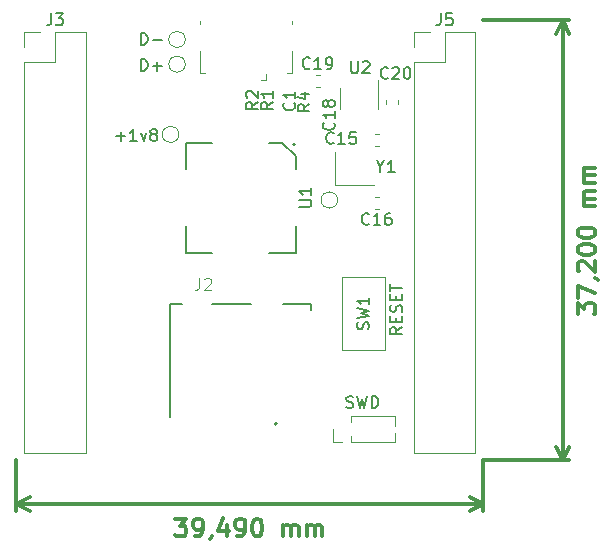
<source format=gbr>
G04 #@! TF.GenerationSoftware,KiCad,Pcbnew,5.0.2-bee76a0~70~ubuntu18.04.1*
G04 #@! TF.CreationDate,2018-12-10T15:17:23+01:00*
G04 #@! TF.ProjectId,sammyultra,73616d6d-7975-46c7-9472-612e6b696361,rev?*
G04 #@! TF.SameCoordinates,Original*
G04 #@! TF.FileFunction,Legend,Top*
G04 #@! TF.FilePolarity,Positive*
%FSLAX46Y46*%
G04 Gerber Fmt 4.6, Leading zero omitted, Abs format (unit mm)*
G04 Created by KiCad (PCBNEW 5.0.2-bee76a0~70~ubuntu18.04.1) date 2018-12-10T15:17:23 CET*
%MOMM*%
%LPD*%
G01*
G04 APERTURE LIST*
%ADD10C,0.150000*%
%ADD11C,0.300000*%
%ADD12C,0.120000*%
%ADD13C,0.127000*%
%ADD14C,0.200000*%
%ADD15C,0.050000*%
G04 APERTURE END LIST*
D10*
X108652380Y-105952380D02*
X108176190Y-106285714D01*
X108652380Y-106523809D02*
X107652380Y-106523809D01*
X107652380Y-106142857D01*
X107700000Y-106047619D01*
X107747619Y-106000000D01*
X107842857Y-105952380D01*
X107985714Y-105952380D01*
X108080952Y-106000000D01*
X108128571Y-106047619D01*
X108176190Y-106142857D01*
X108176190Y-106523809D01*
X108128571Y-105523809D02*
X108128571Y-105190476D01*
X108652380Y-105047619D02*
X108652380Y-105523809D01*
X107652380Y-105523809D01*
X107652380Y-105047619D01*
X108604761Y-104666666D02*
X108652380Y-104523809D01*
X108652380Y-104285714D01*
X108604761Y-104190476D01*
X108557142Y-104142857D01*
X108461904Y-104095238D01*
X108366666Y-104095238D01*
X108271428Y-104142857D01*
X108223809Y-104190476D01*
X108176190Y-104285714D01*
X108128571Y-104476190D01*
X108080952Y-104571428D01*
X108033333Y-104619047D01*
X107938095Y-104666666D01*
X107842857Y-104666666D01*
X107747619Y-104619047D01*
X107700000Y-104571428D01*
X107652380Y-104476190D01*
X107652380Y-104238095D01*
X107700000Y-104095238D01*
X108128571Y-103666666D02*
X108128571Y-103333333D01*
X108652380Y-103190476D02*
X108652380Y-103666666D01*
X107652380Y-103666666D01*
X107652380Y-103190476D01*
X107652380Y-102904761D02*
X107652380Y-102333333D01*
X108652380Y-102619047D02*
X107652380Y-102619047D01*
X103937976Y-112754761D02*
X104080833Y-112802380D01*
X104318928Y-112802380D01*
X104414166Y-112754761D01*
X104461785Y-112707142D01*
X104509404Y-112611904D01*
X104509404Y-112516666D01*
X104461785Y-112421428D01*
X104414166Y-112373809D01*
X104318928Y-112326190D01*
X104128452Y-112278571D01*
X104033214Y-112230952D01*
X103985595Y-112183333D01*
X103937976Y-112088095D01*
X103937976Y-111992857D01*
X103985595Y-111897619D01*
X104033214Y-111850000D01*
X104128452Y-111802380D01*
X104366547Y-111802380D01*
X104509404Y-111850000D01*
X104842738Y-111802380D02*
X105080833Y-112802380D01*
X105271309Y-112088095D01*
X105461785Y-112802380D01*
X105699880Y-111802380D01*
X106080833Y-112802380D02*
X106080833Y-111802380D01*
X106318928Y-111802380D01*
X106461785Y-111850000D01*
X106557023Y-111945238D01*
X106604642Y-112040476D01*
X106652261Y-112230952D01*
X106652261Y-112373809D01*
X106604642Y-112564285D01*
X106557023Y-112659523D01*
X106461785Y-112754761D01*
X106318928Y-112802380D01*
X106080833Y-112802380D01*
X84435595Y-89821428D02*
X85197500Y-89821428D01*
X84816547Y-90202380D02*
X84816547Y-89440476D01*
X86197500Y-90202380D02*
X85626071Y-90202380D01*
X85911785Y-90202380D02*
X85911785Y-89202380D01*
X85816547Y-89345238D01*
X85721309Y-89440476D01*
X85626071Y-89488095D01*
X86530833Y-89535714D02*
X86768928Y-90202380D01*
X87007023Y-89535714D01*
X87530833Y-89630952D02*
X87435595Y-89583333D01*
X87387976Y-89535714D01*
X87340357Y-89440476D01*
X87340357Y-89392857D01*
X87387976Y-89297619D01*
X87435595Y-89250000D01*
X87530833Y-89202380D01*
X87721309Y-89202380D01*
X87816547Y-89250000D01*
X87864166Y-89297619D01*
X87911785Y-89392857D01*
X87911785Y-89440476D01*
X87864166Y-89535714D01*
X87816547Y-89583333D01*
X87721309Y-89630952D01*
X87530833Y-89630952D01*
X87435595Y-89678571D01*
X87387976Y-89726190D01*
X87340357Y-89821428D01*
X87340357Y-90011904D01*
X87387976Y-90107142D01*
X87435595Y-90154761D01*
X87530833Y-90202380D01*
X87721309Y-90202380D01*
X87816547Y-90154761D01*
X87864166Y-90107142D01*
X87911785Y-90011904D01*
X87911785Y-89821428D01*
X87864166Y-89726190D01*
X87816547Y-89678571D01*
X87721309Y-89630952D01*
X86535595Y-84252380D02*
X86535595Y-83252380D01*
X86773690Y-83252380D01*
X86916547Y-83300000D01*
X87011785Y-83395238D01*
X87059404Y-83490476D01*
X87107023Y-83680952D01*
X87107023Y-83823809D01*
X87059404Y-84014285D01*
X87011785Y-84109523D01*
X86916547Y-84204761D01*
X86773690Y-84252380D01*
X86535595Y-84252380D01*
X87535595Y-83871428D02*
X88297500Y-83871428D01*
X87916547Y-84252380D02*
X87916547Y-83490476D01*
X86535595Y-82052380D02*
X86535595Y-81052380D01*
X86773690Y-81052380D01*
X86916547Y-81100000D01*
X87011785Y-81195238D01*
X87059404Y-81290476D01*
X87107023Y-81480952D01*
X87107023Y-81623809D01*
X87059404Y-81814285D01*
X87011785Y-81909523D01*
X86916547Y-82004761D01*
X86773690Y-82052380D01*
X86535595Y-82052380D01*
X87535595Y-81671428D02*
X88297500Y-81671428D01*
D11*
X123518571Y-104885714D02*
X123518571Y-103957142D01*
X124090000Y-104457142D01*
X124090000Y-104242857D01*
X124161428Y-104100000D01*
X124232857Y-104028571D01*
X124375714Y-103957142D01*
X124732857Y-103957142D01*
X124875714Y-104028571D01*
X124947142Y-104100000D01*
X125018571Y-104242857D01*
X125018571Y-104671428D01*
X124947142Y-104814285D01*
X124875714Y-104885714D01*
X123518571Y-103457142D02*
X123518571Y-102457142D01*
X125018571Y-103100000D01*
X124947142Y-101814285D02*
X125018571Y-101814285D01*
X125161428Y-101885714D01*
X125232857Y-101957142D01*
X123661428Y-101242857D02*
X123590000Y-101171428D01*
X123518571Y-101028571D01*
X123518571Y-100671428D01*
X123590000Y-100528571D01*
X123661428Y-100457142D01*
X123804285Y-100385714D01*
X123947142Y-100385714D01*
X124161428Y-100457142D01*
X125018571Y-101314285D01*
X125018571Y-100385714D01*
X123518571Y-99457142D02*
X123518571Y-99314285D01*
X123590000Y-99171428D01*
X123661428Y-99100000D01*
X123804285Y-99028571D01*
X124090000Y-98957142D01*
X124447142Y-98957142D01*
X124732857Y-99028571D01*
X124875714Y-99100000D01*
X124947142Y-99171428D01*
X125018571Y-99314285D01*
X125018571Y-99457142D01*
X124947142Y-99600000D01*
X124875714Y-99671428D01*
X124732857Y-99742857D01*
X124447142Y-99814285D01*
X124090000Y-99814285D01*
X123804285Y-99742857D01*
X123661428Y-99671428D01*
X123590000Y-99600000D01*
X123518571Y-99457142D01*
X123518571Y-98028571D02*
X123518571Y-97885714D01*
X123590000Y-97742857D01*
X123661428Y-97671428D01*
X123804285Y-97600000D01*
X124090000Y-97528571D01*
X124447142Y-97528571D01*
X124732857Y-97600000D01*
X124875714Y-97671428D01*
X124947142Y-97742857D01*
X125018571Y-97885714D01*
X125018571Y-98028571D01*
X124947142Y-98171428D01*
X124875714Y-98242857D01*
X124732857Y-98314285D01*
X124447142Y-98385714D01*
X124090000Y-98385714D01*
X123804285Y-98314285D01*
X123661428Y-98242857D01*
X123590000Y-98171428D01*
X123518571Y-98028571D01*
X125018571Y-95742857D02*
X124018571Y-95742857D01*
X124161428Y-95742857D02*
X124090000Y-95671428D01*
X124018571Y-95528571D01*
X124018571Y-95314285D01*
X124090000Y-95171428D01*
X124232857Y-95100000D01*
X125018571Y-95100000D01*
X124232857Y-95100000D02*
X124090000Y-95028571D01*
X124018571Y-94885714D01*
X124018571Y-94671428D01*
X124090000Y-94528571D01*
X124232857Y-94457142D01*
X125018571Y-94457142D01*
X125018571Y-93742857D02*
X124018571Y-93742857D01*
X124161428Y-93742857D02*
X124090000Y-93671428D01*
X124018571Y-93528571D01*
X124018571Y-93314285D01*
X124090000Y-93171428D01*
X124232857Y-93100000D01*
X125018571Y-93100000D01*
X124232857Y-93100000D02*
X124090000Y-93028571D01*
X124018571Y-92885714D01*
X124018571Y-92671428D01*
X124090000Y-92528571D01*
X124232857Y-92457142D01*
X125018571Y-92457142D01*
X122240000Y-117200000D02*
X122240000Y-80000000D01*
X115490000Y-117200000D02*
X122826421Y-117200000D01*
X115490000Y-80000000D02*
X122826421Y-80000000D01*
X122240000Y-80000000D02*
X122826421Y-81126504D01*
X122240000Y-80000000D02*
X121653579Y-81126504D01*
X122240000Y-117200000D02*
X122826421Y-116073496D01*
X122240000Y-117200000D02*
X121653579Y-116073496D01*
X89459285Y-122188571D02*
X90387857Y-122188571D01*
X89887857Y-122760000D01*
X90102142Y-122760000D01*
X90245000Y-122831428D01*
X90316428Y-122902857D01*
X90387857Y-123045714D01*
X90387857Y-123402857D01*
X90316428Y-123545714D01*
X90245000Y-123617142D01*
X90102142Y-123688571D01*
X89673571Y-123688571D01*
X89530714Y-123617142D01*
X89459285Y-123545714D01*
X91102142Y-123688571D02*
X91387857Y-123688571D01*
X91530714Y-123617142D01*
X91602142Y-123545714D01*
X91745000Y-123331428D01*
X91816428Y-123045714D01*
X91816428Y-122474285D01*
X91745000Y-122331428D01*
X91673571Y-122260000D01*
X91530714Y-122188571D01*
X91245000Y-122188571D01*
X91102142Y-122260000D01*
X91030714Y-122331428D01*
X90959285Y-122474285D01*
X90959285Y-122831428D01*
X91030714Y-122974285D01*
X91102142Y-123045714D01*
X91245000Y-123117142D01*
X91530714Y-123117142D01*
X91673571Y-123045714D01*
X91745000Y-122974285D01*
X91816428Y-122831428D01*
X92530714Y-123617142D02*
X92530714Y-123688571D01*
X92459285Y-123831428D01*
X92387857Y-123902857D01*
X93816428Y-122688571D02*
X93816428Y-123688571D01*
X93459285Y-122117142D02*
X93102142Y-123188571D01*
X94030714Y-123188571D01*
X94673571Y-123688571D02*
X94959285Y-123688571D01*
X95102142Y-123617142D01*
X95173571Y-123545714D01*
X95316428Y-123331428D01*
X95387857Y-123045714D01*
X95387857Y-122474285D01*
X95316428Y-122331428D01*
X95245000Y-122260000D01*
X95102142Y-122188571D01*
X94816428Y-122188571D01*
X94673571Y-122260000D01*
X94602142Y-122331428D01*
X94530714Y-122474285D01*
X94530714Y-122831428D01*
X94602142Y-122974285D01*
X94673571Y-123045714D01*
X94816428Y-123117142D01*
X95102142Y-123117142D01*
X95245000Y-123045714D01*
X95316428Y-122974285D01*
X95387857Y-122831428D01*
X96316428Y-122188571D02*
X96459285Y-122188571D01*
X96602142Y-122260000D01*
X96673571Y-122331428D01*
X96745000Y-122474285D01*
X96816428Y-122760000D01*
X96816428Y-123117142D01*
X96745000Y-123402857D01*
X96673571Y-123545714D01*
X96602142Y-123617142D01*
X96459285Y-123688571D01*
X96316428Y-123688571D01*
X96173571Y-123617142D01*
X96102142Y-123545714D01*
X96030714Y-123402857D01*
X95959285Y-123117142D01*
X95959285Y-122760000D01*
X96030714Y-122474285D01*
X96102142Y-122331428D01*
X96173571Y-122260000D01*
X96316428Y-122188571D01*
X98602142Y-123688571D02*
X98602142Y-122688571D01*
X98602142Y-122831428D02*
X98673571Y-122760000D01*
X98816428Y-122688571D01*
X99030714Y-122688571D01*
X99173571Y-122760000D01*
X99245000Y-122902857D01*
X99245000Y-123688571D01*
X99245000Y-122902857D02*
X99316428Y-122760000D01*
X99459285Y-122688571D01*
X99673571Y-122688571D01*
X99816428Y-122760000D01*
X99887857Y-122902857D01*
X99887857Y-123688571D01*
X100602142Y-123688571D02*
X100602142Y-122688571D01*
X100602142Y-122831428D02*
X100673571Y-122760000D01*
X100816428Y-122688571D01*
X101030714Y-122688571D01*
X101173571Y-122760000D01*
X101245000Y-122902857D01*
X101245000Y-123688571D01*
X101245000Y-122902857D02*
X101316428Y-122760000D01*
X101459285Y-122688571D01*
X101673571Y-122688571D01*
X101816428Y-122760000D01*
X101887857Y-122902857D01*
X101887857Y-123688571D01*
X76000000Y-120910000D02*
X115490000Y-120910000D01*
X76000000Y-117200000D02*
X76000000Y-121496421D01*
X115490000Y-117200000D02*
X115490000Y-121496421D01*
X115490000Y-120910000D02*
X114363496Y-121496421D01*
X115490000Y-120910000D02*
X114363496Y-120323579D01*
X76000000Y-120910000D02*
X77126504Y-121496421D01*
X76000000Y-120910000D02*
X77126504Y-120323579D01*
D12*
G04 #@! TO.C,SW1*
X107210000Y-101740000D02*
X107210000Y-107860000D01*
X107210000Y-107860000D02*
X103590000Y-107860000D01*
X103590000Y-107860000D02*
X103590000Y-101740000D01*
X103590000Y-101740000D02*
X107210000Y-101740000D01*
G04 #@! TO.C,TP10*
X90300000Y-81600000D02*
G75*
G03X90300000Y-81600000I-700000J0D01*
G01*
G04 #@! TO.C,TP9*
X90300000Y-83700000D02*
G75*
G03X90300000Y-83700000I-700000J0D01*
G01*
G04 #@! TO.C,TP8*
X103200000Y-95200000D02*
G75*
G03X103200000Y-95200000I-700000J0D01*
G01*
G04 #@! TO.C,TP1*
X89750000Y-89650000D02*
G75*
G03X89750000Y-89650000I-700000J0D01*
G01*
G04 #@! TO.C,Y1*
X102950000Y-91100000D02*
X102950000Y-93900000D01*
X102950000Y-93900000D02*
X106250000Y-93900000D01*
G04 #@! TO.C,C15*
X106337221Y-90610000D02*
X106662779Y-90610000D01*
X106337221Y-89590000D02*
X106662779Y-89590000D01*
G04 #@! TO.C,C16*
X106337221Y-94940000D02*
X106662779Y-94940000D01*
X106337221Y-95960000D02*
X106662779Y-95960000D01*
G04 #@! TO.C,J3*
X76670000Y-80950000D02*
X78000000Y-80950000D01*
X76670000Y-82280000D02*
X76670000Y-80950000D01*
X79270000Y-80950000D02*
X81870000Y-80950000D01*
X79270000Y-83550000D02*
X79270000Y-80950000D01*
X76670000Y-83550000D02*
X79270000Y-83550000D01*
X81870000Y-80950000D02*
X81870000Y-116630000D01*
X76670000Y-83550000D02*
X76670000Y-116630000D01*
X76670000Y-116630000D02*
X81870000Y-116630000D01*
G04 #@! TO.C,J5*
X109670000Y-116630000D02*
X114870000Y-116630000D01*
X109670000Y-83550000D02*
X109670000Y-116630000D01*
X114870000Y-80950000D02*
X114870000Y-116630000D01*
X109670000Y-83550000D02*
X112270000Y-83550000D01*
X112270000Y-83550000D02*
X112270000Y-80950000D01*
X112270000Y-80950000D02*
X114870000Y-80950000D01*
X109670000Y-82280000D02*
X109670000Y-80950000D01*
X109670000Y-80950000D02*
X111000000Y-80950000D01*
D13*
G04 #@! TO.C,J2*
X90047000Y-104000000D02*
X89025000Y-104000000D01*
X89025000Y-104000000D02*
X89025000Y-113556000D01*
X98556000Y-104000000D02*
X100975000Y-104000000D01*
X100975000Y-104000000D02*
X100975000Y-104539000D01*
X95889000Y-104000000D02*
X92587000Y-104000000D01*
D14*
X98068000Y-114151000D02*
G75*
G03X98068000Y-114151000I-100000J0D01*
G01*
D12*
G04 #@! TO.C,C20*
X108310000Y-86737221D02*
X108310000Y-87062779D01*
X107290000Y-86737221D02*
X107290000Y-87062779D01*
G04 #@! TO.C,C19*
X101337221Y-85610000D02*
X101662779Y-85610000D01*
X101337221Y-84590000D02*
X101662779Y-84590000D01*
G04 #@! TO.C,J4*
X108055000Y-115710000D02*
X108055000Y-114907530D01*
X108055000Y-114292470D02*
X108055000Y-113490000D01*
X104310000Y-115710000D02*
X108055000Y-115710000D01*
X104310000Y-113490000D02*
X108055000Y-113490000D01*
X104310000Y-115710000D02*
X104310000Y-115163471D01*
X104310000Y-114036529D02*
X104310000Y-113490000D01*
X103550000Y-115710000D02*
X102790000Y-115710000D01*
X102790000Y-115710000D02*
X102790000Y-114600000D01*
G04 #@! TO.C,J1*
X99330000Y-84452500D02*
X98880000Y-84452500D01*
X99330000Y-82602500D02*
X99330000Y-84452500D01*
X91530000Y-80052500D02*
X91530000Y-80302500D01*
X99330000Y-80052500D02*
X99330000Y-80302500D01*
X91530000Y-82602500D02*
X91530000Y-84452500D01*
X91530000Y-84452500D02*
X91980000Y-84452500D01*
X97130000Y-85002500D02*
X96680000Y-85002500D01*
X97130000Y-85002500D02*
X97130000Y-84552500D01*
G04 #@! TO.C,U2*
X103390000Y-85700000D02*
X103390000Y-87500000D01*
X106610000Y-87500000D02*
X106610000Y-85050000D01*
D10*
G04 #@! TO.C,U1*
X99650000Y-97400000D02*
X99650000Y-99650000D01*
X99650000Y-99650000D02*
X97400000Y-99650000D01*
X99650000Y-97400000D02*
X99650000Y-99650000D01*
X99650000Y-99650000D02*
X97400000Y-99650000D01*
X90350000Y-97400000D02*
X90350000Y-99650000D01*
X90350000Y-99650000D02*
X92600000Y-99650000D01*
X99650000Y-97400000D02*
X99650000Y-99650000D01*
X99650000Y-99650000D02*
X97400000Y-99650000D01*
X90350000Y-92600000D02*
X90350000Y-90350000D01*
X90350000Y-90350000D02*
X92600000Y-90350000D01*
X99650000Y-92600000D02*
X99650000Y-91500000D01*
X99650000Y-91500000D02*
X98500000Y-90350000D01*
X98500000Y-90350000D02*
X97400000Y-90350000D01*
D14*
X99600000Y-90500000D02*
G75*
G03X99600000Y-90500000I-100000J0D01*
G01*
G04 #@! TO.C,SW1*
D10*
X105804761Y-106133333D02*
X105852380Y-105990476D01*
X105852380Y-105752380D01*
X105804761Y-105657142D01*
X105757142Y-105609523D01*
X105661904Y-105561904D01*
X105566666Y-105561904D01*
X105471428Y-105609523D01*
X105423809Y-105657142D01*
X105376190Y-105752380D01*
X105328571Y-105942857D01*
X105280952Y-106038095D01*
X105233333Y-106085714D01*
X105138095Y-106133333D01*
X105042857Y-106133333D01*
X104947619Y-106085714D01*
X104900000Y-106038095D01*
X104852380Y-105942857D01*
X104852380Y-105704761D01*
X104900000Y-105561904D01*
X104852380Y-105228571D02*
X105852380Y-104990476D01*
X105138095Y-104800000D01*
X105852380Y-104609523D01*
X104852380Y-104371428D01*
X105852380Y-103466666D02*
X105852380Y-104038095D01*
X105852380Y-103752380D02*
X104852380Y-103752380D01*
X104995238Y-103847619D01*
X105090476Y-103942857D01*
X105138095Y-104038095D01*
G04 #@! TO.C,Y1*
X106823809Y-92376190D02*
X106823809Y-92852380D01*
X106490476Y-91852380D02*
X106823809Y-92376190D01*
X107157142Y-91852380D01*
X108014285Y-92852380D02*
X107442857Y-92852380D01*
X107728571Y-92852380D02*
X107728571Y-91852380D01*
X107633333Y-91995238D01*
X107538095Y-92090476D01*
X107442857Y-92138095D01*
G04 #@! TO.C,C15*
X102857142Y-90357142D02*
X102809523Y-90404761D01*
X102666666Y-90452380D01*
X102571428Y-90452380D01*
X102428571Y-90404761D01*
X102333333Y-90309523D01*
X102285714Y-90214285D01*
X102238095Y-90023809D01*
X102238095Y-89880952D01*
X102285714Y-89690476D01*
X102333333Y-89595238D01*
X102428571Y-89500000D01*
X102571428Y-89452380D01*
X102666666Y-89452380D01*
X102809523Y-89500000D01*
X102857142Y-89547619D01*
X103809523Y-90452380D02*
X103238095Y-90452380D01*
X103523809Y-90452380D02*
X103523809Y-89452380D01*
X103428571Y-89595238D01*
X103333333Y-89690476D01*
X103238095Y-89738095D01*
X104714285Y-89452380D02*
X104238095Y-89452380D01*
X104190476Y-89928571D01*
X104238095Y-89880952D01*
X104333333Y-89833333D01*
X104571428Y-89833333D01*
X104666666Y-89880952D01*
X104714285Y-89928571D01*
X104761904Y-90023809D01*
X104761904Y-90261904D01*
X104714285Y-90357142D01*
X104666666Y-90404761D01*
X104571428Y-90452380D01*
X104333333Y-90452380D01*
X104238095Y-90404761D01*
X104190476Y-90357142D01*
G04 #@! TO.C,C16*
X105857142Y-97207142D02*
X105809523Y-97254761D01*
X105666666Y-97302380D01*
X105571428Y-97302380D01*
X105428571Y-97254761D01*
X105333333Y-97159523D01*
X105285714Y-97064285D01*
X105238095Y-96873809D01*
X105238095Y-96730952D01*
X105285714Y-96540476D01*
X105333333Y-96445238D01*
X105428571Y-96350000D01*
X105571428Y-96302380D01*
X105666666Y-96302380D01*
X105809523Y-96350000D01*
X105857142Y-96397619D01*
X106809523Y-97302380D02*
X106238095Y-97302380D01*
X106523809Y-97302380D02*
X106523809Y-96302380D01*
X106428571Y-96445238D01*
X106333333Y-96540476D01*
X106238095Y-96588095D01*
X107666666Y-96302380D02*
X107476190Y-96302380D01*
X107380952Y-96350000D01*
X107333333Y-96397619D01*
X107238095Y-96540476D01*
X107190476Y-96730952D01*
X107190476Y-97111904D01*
X107238095Y-97207142D01*
X107285714Y-97254761D01*
X107380952Y-97302380D01*
X107571428Y-97302380D01*
X107666666Y-97254761D01*
X107714285Y-97207142D01*
X107761904Y-97111904D01*
X107761904Y-96873809D01*
X107714285Y-96778571D01*
X107666666Y-96730952D01*
X107571428Y-96683333D01*
X107380952Y-96683333D01*
X107285714Y-96730952D01*
X107238095Y-96778571D01*
X107190476Y-96873809D01*
G04 #@! TO.C,R1*
X97702380Y-86916666D02*
X97226190Y-87250000D01*
X97702380Y-87488095D02*
X96702380Y-87488095D01*
X96702380Y-87107142D01*
X96750000Y-87011904D01*
X96797619Y-86964285D01*
X96892857Y-86916666D01*
X97035714Y-86916666D01*
X97130952Y-86964285D01*
X97178571Y-87011904D01*
X97226190Y-87107142D01*
X97226190Y-87488095D01*
X97702380Y-85964285D02*
X97702380Y-86535714D01*
X97702380Y-86250000D02*
X96702380Y-86250000D01*
X96845238Y-86345238D01*
X96940476Y-86440476D01*
X96988095Y-86535714D01*
G04 #@! TO.C,R2*
X96452380Y-86916666D02*
X95976190Y-87250000D01*
X96452380Y-87488095D02*
X95452380Y-87488095D01*
X95452380Y-87107142D01*
X95500000Y-87011904D01*
X95547619Y-86964285D01*
X95642857Y-86916666D01*
X95785714Y-86916666D01*
X95880952Y-86964285D01*
X95928571Y-87011904D01*
X95976190Y-87107142D01*
X95976190Y-87488095D01*
X95547619Y-86535714D02*
X95500000Y-86488095D01*
X95452380Y-86392857D01*
X95452380Y-86154761D01*
X95500000Y-86059523D01*
X95547619Y-86011904D01*
X95642857Y-85964285D01*
X95738095Y-85964285D01*
X95880952Y-86011904D01*
X96452380Y-86583333D01*
X96452380Y-85964285D01*
G04 #@! TO.C,J3*
X78936666Y-79402380D02*
X78936666Y-80116666D01*
X78889047Y-80259523D01*
X78793809Y-80354761D01*
X78650952Y-80402380D01*
X78555714Y-80402380D01*
X79317619Y-79402380D02*
X79936666Y-79402380D01*
X79603333Y-79783333D01*
X79746190Y-79783333D01*
X79841428Y-79830952D01*
X79889047Y-79878571D01*
X79936666Y-79973809D01*
X79936666Y-80211904D01*
X79889047Y-80307142D01*
X79841428Y-80354761D01*
X79746190Y-80402380D01*
X79460476Y-80402380D01*
X79365238Y-80354761D01*
X79317619Y-80307142D01*
G04 #@! TO.C,J5*
X111936666Y-79402380D02*
X111936666Y-80116666D01*
X111889047Y-80259523D01*
X111793809Y-80354761D01*
X111650952Y-80402380D01*
X111555714Y-80402380D01*
X112889047Y-79402380D02*
X112412857Y-79402380D01*
X112365238Y-79878571D01*
X112412857Y-79830952D01*
X112508095Y-79783333D01*
X112746190Y-79783333D01*
X112841428Y-79830952D01*
X112889047Y-79878571D01*
X112936666Y-79973809D01*
X112936666Y-80211904D01*
X112889047Y-80307142D01*
X112841428Y-80354761D01*
X112746190Y-80402380D01*
X112508095Y-80402380D01*
X112412857Y-80354761D01*
X112365238Y-80307142D01*
G04 #@! TO.C,J2*
D15*
X91481440Y-101808526D02*
X91481440Y-102524905D01*
X91433681Y-102668180D01*
X91338164Y-102763697D01*
X91194888Y-102811456D01*
X91099371Y-102811456D01*
X91911267Y-101904043D02*
X91959025Y-101856285D01*
X92054542Y-101808526D01*
X92293335Y-101808526D01*
X92388852Y-101856285D01*
X92436611Y-101904043D01*
X92484370Y-101999560D01*
X92484370Y-102095077D01*
X92436611Y-102238353D01*
X91863508Y-102811456D01*
X92484370Y-102811456D01*
G04 #@! TO.C,C18*
D10*
X102857142Y-88642857D02*
X102904761Y-88690476D01*
X102952380Y-88833333D01*
X102952380Y-88928571D01*
X102904761Y-89071428D01*
X102809523Y-89166666D01*
X102714285Y-89214285D01*
X102523809Y-89261904D01*
X102380952Y-89261904D01*
X102190476Y-89214285D01*
X102095238Y-89166666D01*
X102000000Y-89071428D01*
X101952380Y-88928571D01*
X101952380Y-88833333D01*
X102000000Y-88690476D01*
X102047619Y-88642857D01*
X102952380Y-87690476D02*
X102952380Y-88261904D01*
X102952380Y-87976190D02*
X101952380Y-87976190D01*
X102095238Y-88071428D01*
X102190476Y-88166666D01*
X102238095Y-88261904D01*
X102380952Y-87119047D02*
X102333333Y-87214285D01*
X102285714Y-87261904D01*
X102190476Y-87309523D01*
X102142857Y-87309523D01*
X102047619Y-87261904D01*
X102000000Y-87214285D01*
X101952380Y-87119047D01*
X101952380Y-86928571D01*
X102000000Y-86833333D01*
X102047619Y-86785714D01*
X102142857Y-86738095D01*
X102190476Y-86738095D01*
X102285714Y-86785714D01*
X102333333Y-86833333D01*
X102380952Y-86928571D01*
X102380952Y-87119047D01*
X102428571Y-87214285D01*
X102476190Y-87261904D01*
X102571428Y-87309523D01*
X102761904Y-87309523D01*
X102857142Y-87261904D01*
X102904761Y-87214285D01*
X102952380Y-87119047D01*
X102952380Y-86928571D01*
X102904761Y-86833333D01*
X102857142Y-86785714D01*
X102761904Y-86738095D01*
X102571428Y-86738095D01*
X102476190Y-86785714D01*
X102428571Y-86833333D01*
X102380952Y-86928571D01*
G04 #@! TO.C,R4*
X100802380Y-87066666D02*
X100326190Y-87400000D01*
X100802380Y-87638095D02*
X99802380Y-87638095D01*
X99802380Y-87257142D01*
X99850000Y-87161904D01*
X99897619Y-87114285D01*
X99992857Y-87066666D01*
X100135714Y-87066666D01*
X100230952Y-87114285D01*
X100278571Y-87161904D01*
X100326190Y-87257142D01*
X100326190Y-87638095D01*
X100135714Y-86209523D02*
X100802380Y-86209523D01*
X99754761Y-86447619D02*
X100469047Y-86685714D01*
X100469047Y-86066666D01*
G04 #@! TO.C,C1*
X99507142Y-86966666D02*
X99554761Y-87014285D01*
X99602380Y-87157142D01*
X99602380Y-87252380D01*
X99554761Y-87395238D01*
X99459523Y-87490476D01*
X99364285Y-87538095D01*
X99173809Y-87585714D01*
X99030952Y-87585714D01*
X98840476Y-87538095D01*
X98745238Y-87490476D01*
X98650000Y-87395238D01*
X98602380Y-87252380D01*
X98602380Y-87157142D01*
X98650000Y-87014285D01*
X98697619Y-86966666D01*
X99602380Y-86014285D02*
X99602380Y-86585714D01*
X99602380Y-86300000D02*
X98602380Y-86300000D01*
X98745238Y-86395238D01*
X98840476Y-86490476D01*
X98888095Y-86585714D01*
G04 #@! TO.C,C20*
X107457142Y-84857142D02*
X107409523Y-84904761D01*
X107266666Y-84952380D01*
X107171428Y-84952380D01*
X107028571Y-84904761D01*
X106933333Y-84809523D01*
X106885714Y-84714285D01*
X106838095Y-84523809D01*
X106838095Y-84380952D01*
X106885714Y-84190476D01*
X106933333Y-84095238D01*
X107028571Y-84000000D01*
X107171428Y-83952380D01*
X107266666Y-83952380D01*
X107409523Y-84000000D01*
X107457142Y-84047619D01*
X107838095Y-84047619D02*
X107885714Y-84000000D01*
X107980952Y-83952380D01*
X108219047Y-83952380D01*
X108314285Y-84000000D01*
X108361904Y-84047619D01*
X108409523Y-84142857D01*
X108409523Y-84238095D01*
X108361904Y-84380952D01*
X107790476Y-84952380D01*
X108409523Y-84952380D01*
X109028571Y-83952380D02*
X109123809Y-83952380D01*
X109219047Y-84000000D01*
X109266666Y-84047619D01*
X109314285Y-84142857D01*
X109361904Y-84333333D01*
X109361904Y-84571428D01*
X109314285Y-84761904D01*
X109266666Y-84857142D01*
X109219047Y-84904761D01*
X109123809Y-84952380D01*
X109028571Y-84952380D01*
X108933333Y-84904761D01*
X108885714Y-84857142D01*
X108838095Y-84761904D01*
X108790476Y-84571428D01*
X108790476Y-84333333D01*
X108838095Y-84142857D01*
X108885714Y-84047619D01*
X108933333Y-84000000D01*
X109028571Y-83952380D01*
G04 #@! TO.C,C19*
X100857142Y-84027142D02*
X100809523Y-84074761D01*
X100666666Y-84122380D01*
X100571428Y-84122380D01*
X100428571Y-84074761D01*
X100333333Y-83979523D01*
X100285714Y-83884285D01*
X100238095Y-83693809D01*
X100238095Y-83550952D01*
X100285714Y-83360476D01*
X100333333Y-83265238D01*
X100428571Y-83170000D01*
X100571428Y-83122380D01*
X100666666Y-83122380D01*
X100809523Y-83170000D01*
X100857142Y-83217619D01*
X101809523Y-84122380D02*
X101238095Y-84122380D01*
X101523809Y-84122380D02*
X101523809Y-83122380D01*
X101428571Y-83265238D01*
X101333333Y-83360476D01*
X101238095Y-83408095D01*
X102285714Y-84122380D02*
X102476190Y-84122380D01*
X102571428Y-84074761D01*
X102619047Y-84027142D01*
X102714285Y-83884285D01*
X102761904Y-83693809D01*
X102761904Y-83312857D01*
X102714285Y-83217619D01*
X102666666Y-83170000D01*
X102571428Y-83122380D01*
X102380952Y-83122380D01*
X102285714Y-83170000D01*
X102238095Y-83217619D01*
X102190476Y-83312857D01*
X102190476Y-83550952D01*
X102238095Y-83646190D01*
X102285714Y-83693809D01*
X102380952Y-83741428D01*
X102571428Y-83741428D01*
X102666666Y-83693809D01*
X102714285Y-83646190D01*
X102761904Y-83550952D01*
G04 #@! TO.C,U2*
X104328095Y-83452380D02*
X104328095Y-84261904D01*
X104375714Y-84357142D01*
X104423333Y-84404761D01*
X104518571Y-84452380D01*
X104709047Y-84452380D01*
X104804285Y-84404761D01*
X104851904Y-84357142D01*
X104899523Y-84261904D01*
X104899523Y-83452380D01*
X105328095Y-83547619D02*
X105375714Y-83500000D01*
X105470952Y-83452380D01*
X105709047Y-83452380D01*
X105804285Y-83500000D01*
X105851904Y-83547619D01*
X105899523Y-83642857D01*
X105899523Y-83738095D01*
X105851904Y-83880952D01*
X105280476Y-84452380D01*
X105899523Y-84452380D01*
G04 #@! TO.C,U1*
X99952380Y-95761904D02*
X100761904Y-95761904D01*
X100857142Y-95714285D01*
X100904761Y-95666666D01*
X100952380Y-95571428D01*
X100952380Y-95380952D01*
X100904761Y-95285714D01*
X100857142Y-95238095D01*
X100761904Y-95190476D01*
X99952380Y-95190476D01*
X100952380Y-94190476D02*
X100952380Y-94761904D01*
X100952380Y-94476190D02*
X99952380Y-94476190D01*
X100095238Y-94571428D01*
X100190476Y-94666666D01*
X100238095Y-94761904D01*
G04 #@! TD*
M02*

</source>
